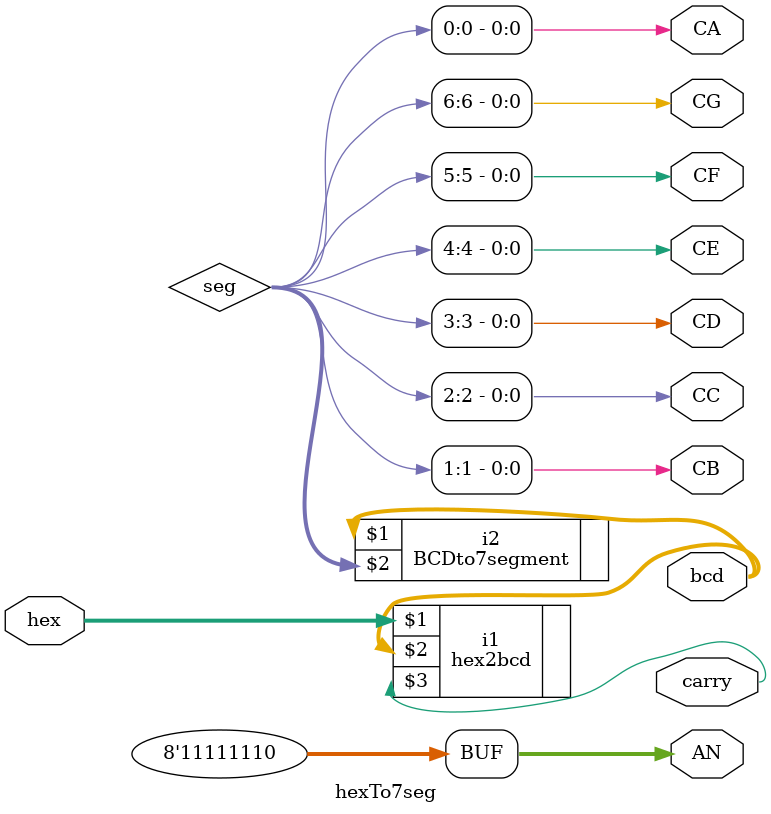
<source format=v>

module hexTo7seg(
    input [3:0] hex,
    output [3:0] bcd,
    output carry,
    output [7:0] AN,
    output CA,
    output CB,
    output CC,
    output CD,
    output CE,
    output CF,
    output CG
    );
    
    // exercise the two modules
    wire [6:0] seg;
    hex2bcd i1(hex,bcd,carry);
    BCDto7segment i2(bcd,seg);
    
    //now translate seg into the default cathod a, cathod b, language of the XDC file
    assign CA = seg[0];
    assign CB = seg[1];
    assign CC = seg[2];
    assign CD = seg[3];
    assign CE = seg[4];
    assign CF = seg[5];
    assign CG = seg[6]; 
    
    //turn 7 out of the 8 displays off, only the right most one is on
    assign AN[7]=1;
    assign AN[6]=1;
    assign AN[5]=1;
    assign AN[4]=1;
    assign AN[3]=1;
    assign AN[2]=1;
    assign AN[1]=1;
    assign AN[0]=0;
       
endmodule

</source>
